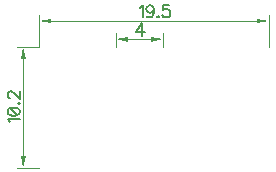
<source format=gbr>
G04 DipTrace 3.3.1.3*
G04 TopDimension.gbr*
%MOMM*%
G04 #@! TF.FileFunction,Drawing,Top*
G04 #@! TF.Part,Single*
%ADD13C,0.035*%
%ADD54C,0.15686*%
%FSLAX35Y35*%
G04*
G71*
G90*
G75*
G01*
G04 TopDimension*
%LPD*%
X1650000Y2020000D2*
D13*
Y2138000D1*
X2050000Y2020000D2*
Y2138000D1*
X1850000Y2088000D2*
X1750000D1*
G36*
X1650000D2*
X1750000Y2108000D1*
Y2068000D1*
X1650000Y2088000D1*
G37*
X1850000D2*
D13*
X1950000D1*
G36*
X2050000D2*
X1950000Y2068000D1*
Y2108000D1*
X2050000Y2088000D1*
G37*
X1000000Y2020000D2*
D13*
X817000D1*
X1000000Y1000000D2*
X817000D1*
X867000Y1510000D2*
Y1920000D1*
G36*
Y2020000D2*
X887000Y1920000D1*
X847000D1*
X867000Y2020000D1*
G37*
Y1510000D2*
D13*
Y1100000D1*
G36*
Y1000000D2*
X847000Y1100000D1*
X887000D1*
X867000Y1000000D1*
G37*
X1000000Y2020000D2*
D13*
Y2292000D1*
X2950000Y2020000D2*
Y2292000D1*
X1975000Y2242000D2*
X1100000D1*
G36*
X1000000D2*
X1100000Y2262000D1*
Y2222000D1*
X1000000Y2242000D1*
G37*
X1975000D2*
D13*
X2850000D1*
G36*
X2950000D2*
X2850000Y2222000D1*
Y2262000D1*
X2950000Y2242000D1*
G37*
X1870029Y2119015D2*
D54*
Y2220991D1*
X1821399Y2153045D1*
X1894287D1*
X753439Y1385655D2*
X748497Y1395426D1*
X734009Y1410026D1*
X835985D1*
X734009Y1470598D2*
X738839Y1455998D1*
X753439Y1446228D1*
X777697Y1441398D1*
X792297D1*
X816555Y1446228D1*
X831155Y1455998D1*
X835985Y1470598D1*
Y1480257D1*
X831155Y1494857D1*
X816555Y1504515D1*
X792297Y1509457D1*
X777697D1*
X753439Y1504515D1*
X738839Y1494857D1*
X734009Y1480257D1*
Y1470598D1*
X753439Y1504515D2*
X816555Y1446228D1*
X826214Y1545659D2*
X831155Y1540829D1*
X835985Y1545659D1*
X831155Y1550600D1*
X826214Y1545659D1*
X758268Y1586914D2*
X753439D1*
X743668Y1591743D1*
X738839Y1596573D1*
X734009Y1606343D1*
Y1625773D1*
X738839Y1635431D1*
X743668Y1640260D1*
X753439Y1645202D1*
X763097D1*
X772868Y1640260D1*
X787355Y1630602D1*
X835985Y1581973D1*
Y1650031D1*
X1853070Y2355561D2*
X1862840Y2360503D1*
X1877440Y2374991D1*
Y2273015D1*
X1972042Y2341074D2*
X1967101Y2326474D1*
X1957442Y2316703D1*
X1942842Y2311874D1*
X1938013D1*
X1923413Y2316703D1*
X1913755Y2326474D1*
X1908813Y2341074D1*
Y2345903D1*
X1913755Y2360503D1*
X1923413Y2370161D1*
X1938013Y2374991D1*
X1942842D1*
X1957442Y2370161D1*
X1967101Y2360503D1*
X1972042Y2341074D1*
Y2316703D1*
X1967101Y2292445D1*
X1957442Y2277845D1*
X1942842Y2273015D1*
X1933184D1*
X1918584Y2277845D1*
X1913755Y2287615D1*
X2008244Y2282786D2*
X2003415Y2277845D1*
X2008244Y2273015D1*
X2013186Y2277845D1*
X2008244Y2282786D1*
X2102846Y2374991D2*
X2054329D1*
X2049500Y2331303D1*
X2054329Y2336132D1*
X2068929Y2341074D1*
X2083417D1*
X2098017Y2336132D1*
X2107787Y2326474D1*
X2112617Y2311874D1*
Y2302215D1*
X2107787Y2287615D1*
X2098017Y2277845D1*
X2083417Y2273015D1*
X2068929D1*
X2054329Y2277845D1*
X2049500Y2282786D1*
X2044558Y2292445D1*
M02*

</source>
